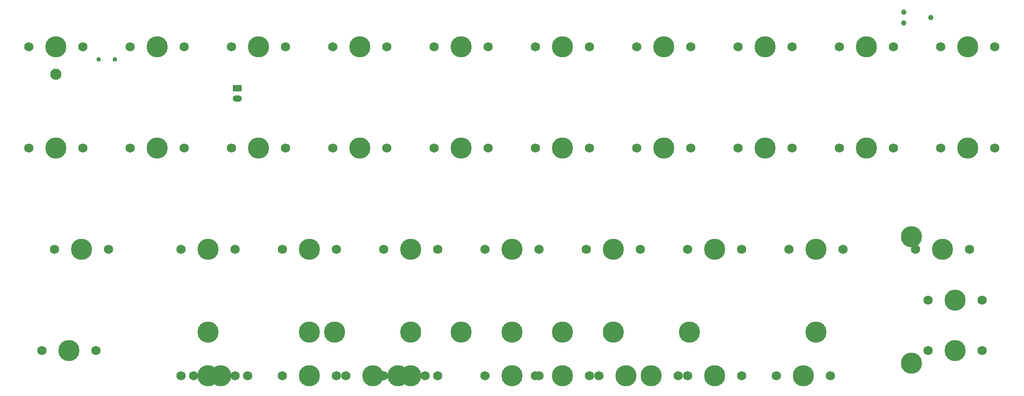
<source format=gbr>
%TF.GenerationSoftware,KiCad,Pcbnew,8.0.8*%
%TF.CreationDate,2025-05-09T16:57:13+02:00*%
%TF.ProjectId,pandemonium BLE e7 cutout,70616e64-656d-46f6-9e69-756d20424c45,rev?*%
%TF.SameCoordinates,Original*%
%TF.FileFunction,Soldermask,Top*%
%TF.FilePolarity,Negative*%
%FSLAX46Y46*%
G04 Gerber Fmt 4.6, Leading zero omitted, Abs format (unit mm)*
G04 Created by KiCad (PCBNEW 8.0.8) date 2025-05-09 16:57:13*
%MOMM*%
%LPD*%
G01*
G04 APERTURE LIST*
G04 Aperture macros list*
%AMRoundRect*
0 Rectangle with rounded corners*
0 $1 Rounding radius*
0 $2 $3 $4 $5 $6 $7 $8 $9 X,Y pos of 4 corners*
0 Add a 4 corners polygon primitive as box body*
4,1,4,$2,$3,$4,$5,$6,$7,$8,$9,$2,$3,0*
0 Add four circle primitives for the rounded corners*
1,1,$1+$1,$2,$3*
1,1,$1+$1,$4,$5*
1,1,$1+$1,$6,$7*
1,1,$1+$1,$8,$9*
0 Add four rect primitives between the rounded corners*
20,1,$1+$1,$2,$3,$4,$5,0*
20,1,$1+$1,$4,$5,$6,$7,0*
20,1,$1+$1,$6,$7,$8,$9,0*
20,1,$1+$1,$8,$9,$2,$3,0*%
G04 Aperture macros list end*
%ADD10C,1.750000*%
%ADD11C,3.987800*%
%ADD12C,0.990600*%
%ADD13RoundRect,0.250000X-0.625000X0.350000X-0.625000X-0.350000X0.625000X-0.350000X0.625000X0.350000X0*%
%ADD14O,1.750000X1.200000*%
%ADD15C,0.850000*%
%ADD16C,2.100000*%
G04 APERTURE END LIST*
D10*
%TO.C,MX42*%
X143351250Y-95250000D03*
D11*
X148431250Y-95250000D03*
D10*
X153511250Y-95250000D03*
%TD*%
%TO.C,MX14*%
X64770000Y-95250000D03*
D11*
X69850000Y-95250000D03*
D10*
X74930000Y-95250000D03*
%TD*%
%TO.C,MX41*%
X202882500Y-71437500D03*
D11*
X207962500Y-71437500D03*
D10*
X213042500Y-71437500D03*
%TD*%
%TO.C,MX5*%
X40957500Y-71437500D03*
D11*
X46037500Y-71437500D03*
D10*
X51117500Y-71437500D03*
%TD*%
%TO.C,MX12*%
X64770000Y-71437500D03*
D11*
X69850000Y-71437500D03*
D10*
X74930000Y-71437500D03*
%TD*%
D11*
%TO.C,S2*%
X127000000Y-86995000D03*
X88900000Y-86995000D03*
%TD*%
D10*
%TO.C,MX35*%
X83820000Y-95250000D03*
D11*
X88900000Y-95250000D03*
D10*
X93980000Y-95250000D03*
%TD*%
%TO.C,MX43*%
X148113750Y-95250000D03*
D11*
X153193750Y-95250000D03*
D10*
X158273750Y-95250000D03*
%TD*%
%TO.C,MX26*%
X102870000Y-71437500D03*
D11*
X107950000Y-71437500D03*
D10*
X113030000Y-71437500D03*
%TD*%
%TO.C,MX16*%
X169545000Y-33337500D03*
D11*
X174625000Y-33337500D03*
D10*
X179705000Y-33337500D03*
%TD*%
%TO.C,MX31*%
X112395000Y-52387500D03*
D11*
X117475000Y-52387500D03*
D10*
X122555000Y-52387500D03*
%TD*%
%TO.C,MX29*%
X112395000Y-33337500D03*
D11*
X117475000Y-33337500D03*
D10*
X122555000Y-33337500D03*
%TD*%
%TO.C,MX36*%
X67151250Y-95250000D03*
D11*
X72231250Y-95250000D03*
D10*
X77311250Y-95250000D03*
%TD*%
%TO.C,MX8*%
X55245000Y-33337500D03*
D11*
X60325000Y-33337500D03*
D10*
X65405000Y-33337500D03*
%TD*%
%TO.C,MX37*%
X100488750Y-95250000D03*
D11*
X105568750Y-95250000D03*
D10*
X110648750Y-95250000D03*
%TD*%
D11*
%TO.C,S3*%
X184150000Y-86995000D03*
X146050000Y-86995000D03*
%TD*%
D10*
%TO.C,MX18*%
X169545000Y-52387500D03*
D11*
X174625000Y-52387500D03*
D10*
X179705000Y-52387500D03*
%TD*%
%TO.C,MX24*%
X93345000Y-52387500D03*
D11*
X98425000Y-52387500D03*
D10*
X103505000Y-52387500D03*
%TD*%
%TO.C,MX44*%
X176688750Y-95250000D03*
D11*
X181768750Y-95250000D03*
D10*
X186848750Y-95250000D03*
%TD*%
%TO.C,MX19*%
X83820000Y-71437500D03*
D11*
X88900000Y-71437500D03*
D10*
X93980000Y-71437500D03*
%TD*%
%TO.C,MX21*%
X102870000Y-95250000D03*
D11*
X107950000Y-95250000D03*
D10*
X113030000Y-95250000D03*
%TD*%
%TO.C,MX15*%
X74295000Y-33337500D03*
D11*
X79375000Y-33337500D03*
D10*
X84455000Y-33337500D03*
%TD*%
%TO.C,MX4*%
X131445000Y-52387500D03*
D11*
X136525000Y-52387500D03*
D10*
X141605000Y-52387500D03*
%TD*%
D11*
%TO.C,S5*%
X202088750Y-69056250D03*
X202088750Y-92868750D03*
%TD*%
D10*
%TO.C,MX2*%
X131445000Y-33337500D03*
D11*
X136525000Y-33337500D03*
D10*
X141605000Y-33337500D03*
%TD*%
%TO.C,MX11*%
X150495000Y-52387500D03*
D11*
X155575000Y-52387500D03*
D10*
X160655000Y-52387500D03*
%TD*%
%TO.C,MX9*%
X150495000Y-33337500D03*
D11*
X155575000Y-33337500D03*
D10*
X160655000Y-33337500D03*
%TD*%
%TO.C,MX38*%
X95726250Y-95250000D03*
D11*
X100806250Y-95250000D03*
D10*
X105886250Y-95250000D03*
%TD*%
%TO.C,MX40*%
X205263750Y-90487500D03*
D11*
X210343750Y-90487500D03*
D10*
X215423750Y-90487500D03*
%TD*%
D11*
%TO.C,S8*%
X184150000Y-86995000D03*
X88900000Y-86995000D03*
%TD*%
D10*
%TO.C,MX20*%
X179070000Y-71437500D03*
D11*
X184150000Y-71437500D03*
D10*
X189230000Y-71437500D03*
%TD*%
%TO.C,MX3*%
X36195000Y-52387500D03*
D11*
X41275000Y-52387500D03*
D10*
X46355000Y-52387500D03*
%TD*%
%TO.C,MX30*%
X207645000Y-33337500D03*
D11*
X212725000Y-33337500D03*
D10*
X217805000Y-33337500D03*
%TD*%
%TO.C,MX39*%
X121920000Y-95250000D03*
D11*
X127000000Y-95250000D03*
D10*
X132080000Y-95250000D03*
%TD*%
D11*
%TO.C,S6*%
X117475000Y-86995000D03*
X93662500Y-86995000D03*
%TD*%
D10*
%TO.C,MX6*%
X140970000Y-71437500D03*
D11*
X146050000Y-71437500D03*
D10*
X151130000Y-71437500D03*
%TD*%
D11*
%TO.C,S4*%
X107950000Y-86995000D03*
X69850000Y-86995000D03*
%TD*%
D10*
%TO.C,MX10*%
X55245000Y-52387500D03*
D11*
X60325000Y-52387500D03*
D10*
X65405000Y-52387500D03*
%TD*%
%TO.C,MX17*%
X74295000Y-52387500D03*
D11*
X79375000Y-52387500D03*
D10*
X84455000Y-52387500D03*
%TD*%
%TO.C,MX27*%
X205263750Y-80962500D03*
D11*
X210343750Y-80962500D03*
D10*
X215423750Y-80962500D03*
%TD*%
D11*
%TO.C,S9*%
X184150000Y-86995000D03*
X69850000Y-86995000D03*
%TD*%
D10*
%TO.C,MX23*%
X188595000Y-33337500D03*
D11*
X193675000Y-33337500D03*
D10*
X198755000Y-33337500D03*
%TD*%
%TO.C,MX1*%
X36195000Y-33337500D03*
D11*
X41275000Y-33337500D03*
D10*
X46355000Y-33337500D03*
%TD*%
%TO.C,MX22*%
X93345000Y-33337500D03*
D11*
X98425000Y-33337500D03*
D10*
X103505000Y-33337500D03*
%TD*%
%TO.C,MX25*%
X188595000Y-52387500D03*
D11*
X193675000Y-52387500D03*
D10*
X198755000Y-52387500D03*
%TD*%
D11*
%TO.C,S7*%
X160337500Y-86995000D03*
X136525000Y-86995000D03*
%TD*%
D10*
%TO.C,MX28*%
X160020000Y-95250000D03*
D11*
X165100000Y-95250000D03*
D10*
X170180000Y-95250000D03*
%TD*%
%TO.C,MX32*%
X217805000Y-52387500D03*
D11*
X212725000Y-52387500D03*
D10*
X207645000Y-52387500D03*
%TD*%
%TO.C,MX7*%
X38576250Y-90487500D03*
D11*
X43656250Y-90487500D03*
D10*
X48736250Y-90487500D03*
%TD*%
%TO.C,MX33*%
X121920000Y-71437500D03*
D11*
X127000000Y-71437500D03*
D10*
X132080000Y-71437500D03*
%TD*%
%TO.C,MX34*%
X131445000Y-95250000D03*
D11*
X136525000Y-95250000D03*
D10*
X141605000Y-95250000D03*
%TD*%
%TO.C,MX13*%
X160020000Y-71437500D03*
D11*
X165100000Y-71437500D03*
D10*
X170180000Y-71437500D03*
%TD*%
D12*
%TO.C,J1*%
X205740000Y-27781250D03*
X200660000Y-28797250D03*
X200660000Y-26765250D03*
%TD*%
D13*
%TO.C,J4*%
X75337500Y-41068750D03*
D14*
X75337500Y-43068750D03*
%TD*%
D15*
%TO.C,SW4*%
X52300000Y-35718750D03*
X49300000Y-35718750D03*
%TD*%
D16*
%TO.C,LED1*%
X41275000Y-38493750D03*
%TD*%
M02*

</source>
